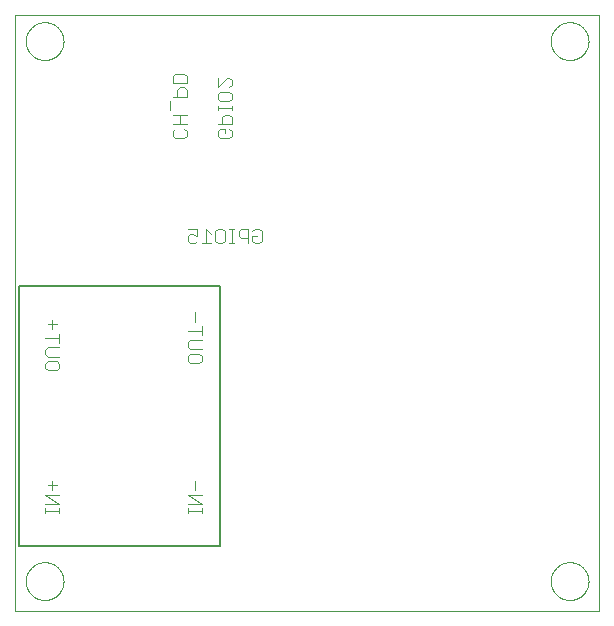
<source format=gbo>
G75*
%MOIN*%
%OFA0B0*%
%FSLAX25Y25*%
%IPPOS*%
%LPD*%
%AMOC8*
5,1,8,0,0,1.08239X$1,22.5*
%
%ADD10C,0.00000*%
%ADD11C,0.00400*%
%ADD12C,0.00500*%
D10*
X0001000Y0001000D02*
X0001000Y0199701D01*
X0195921Y0199701D01*
X0195921Y0001000D01*
X0001000Y0001000D01*
X0004701Y0011000D02*
X0004703Y0011158D01*
X0004709Y0011316D01*
X0004719Y0011474D01*
X0004733Y0011632D01*
X0004751Y0011789D01*
X0004772Y0011946D01*
X0004798Y0012102D01*
X0004828Y0012258D01*
X0004861Y0012413D01*
X0004899Y0012566D01*
X0004940Y0012719D01*
X0004985Y0012871D01*
X0005034Y0013022D01*
X0005087Y0013171D01*
X0005143Y0013319D01*
X0005203Y0013465D01*
X0005267Y0013610D01*
X0005335Y0013753D01*
X0005406Y0013895D01*
X0005480Y0014035D01*
X0005558Y0014172D01*
X0005640Y0014308D01*
X0005724Y0014442D01*
X0005813Y0014573D01*
X0005904Y0014702D01*
X0005999Y0014829D01*
X0006096Y0014954D01*
X0006197Y0015076D01*
X0006301Y0015195D01*
X0006408Y0015312D01*
X0006518Y0015426D01*
X0006631Y0015537D01*
X0006746Y0015646D01*
X0006864Y0015751D01*
X0006985Y0015853D01*
X0007108Y0015953D01*
X0007234Y0016049D01*
X0007362Y0016142D01*
X0007492Y0016232D01*
X0007625Y0016318D01*
X0007760Y0016402D01*
X0007896Y0016481D01*
X0008035Y0016558D01*
X0008176Y0016630D01*
X0008318Y0016700D01*
X0008462Y0016765D01*
X0008608Y0016827D01*
X0008755Y0016885D01*
X0008904Y0016940D01*
X0009054Y0016991D01*
X0009205Y0017038D01*
X0009357Y0017081D01*
X0009510Y0017120D01*
X0009665Y0017156D01*
X0009820Y0017187D01*
X0009976Y0017215D01*
X0010132Y0017239D01*
X0010289Y0017259D01*
X0010447Y0017275D01*
X0010604Y0017287D01*
X0010763Y0017295D01*
X0010921Y0017299D01*
X0011079Y0017299D01*
X0011237Y0017295D01*
X0011396Y0017287D01*
X0011553Y0017275D01*
X0011711Y0017259D01*
X0011868Y0017239D01*
X0012024Y0017215D01*
X0012180Y0017187D01*
X0012335Y0017156D01*
X0012490Y0017120D01*
X0012643Y0017081D01*
X0012795Y0017038D01*
X0012946Y0016991D01*
X0013096Y0016940D01*
X0013245Y0016885D01*
X0013392Y0016827D01*
X0013538Y0016765D01*
X0013682Y0016700D01*
X0013824Y0016630D01*
X0013965Y0016558D01*
X0014104Y0016481D01*
X0014240Y0016402D01*
X0014375Y0016318D01*
X0014508Y0016232D01*
X0014638Y0016142D01*
X0014766Y0016049D01*
X0014892Y0015953D01*
X0015015Y0015853D01*
X0015136Y0015751D01*
X0015254Y0015646D01*
X0015369Y0015537D01*
X0015482Y0015426D01*
X0015592Y0015312D01*
X0015699Y0015195D01*
X0015803Y0015076D01*
X0015904Y0014954D01*
X0016001Y0014829D01*
X0016096Y0014702D01*
X0016187Y0014573D01*
X0016276Y0014442D01*
X0016360Y0014308D01*
X0016442Y0014172D01*
X0016520Y0014035D01*
X0016594Y0013895D01*
X0016665Y0013753D01*
X0016733Y0013610D01*
X0016797Y0013465D01*
X0016857Y0013319D01*
X0016913Y0013171D01*
X0016966Y0013022D01*
X0017015Y0012871D01*
X0017060Y0012719D01*
X0017101Y0012566D01*
X0017139Y0012413D01*
X0017172Y0012258D01*
X0017202Y0012102D01*
X0017228Y0011946D01*
X0017249Y0011789D01*
X0017267Y0011632D01*
X0017281Y0011474D01*
X0017291Y0011316D01*
X0017297Y0011158D01*
X0017299Y0011000D01*
X0017297Y0010842D01*
X0017291Y0010684D01*
X0017281Y0010526D01*
X0017267Y0010368D01*
X0017249Y0010211D01*
X0017228Y0010054D01*
X0017202Y0009898D01*
X0017172Y0009742D01*
X0017139Y0009587D01*
X0017101Y0009434D01*
X0017060Y0009281D01*
X0017015Y0009129D01*
X0016966Y0008978D01*
X0016913Y0008829D01*
X0016857Y0008681D01*
X0016797Y0008535D01*
X0016733Y0008390D01*
X0016665Y0008247D01*
X0016594Y0008105D01*
X0016520Y0007965D01*
X0016442Y0007828D01*
X0016360Y0007692D01*
X0016276Y0007558D01*
X0016187Y0007427D01*
X0016096Y0007298D01*
X0016001Y0007171D01*
X0015904Y0007046D01*
X0015803Y0006924D01*
X0015699Y0006805D01*
X0015592Y0006688D01*
X0015482Y0006574D01*
X0015369Y0006463D01*
X0015254Y0006354D01*
X0015136Y0006249D01*
X0015015Y0006147D01*
X0014892Y0006047D01*
X0014766Y0005951D01*
X0014638Y0005858D01*
X0014508Y0005768D01*
X0014375Y0005682D01*
X0014240Y0005598D01*
X0014104Y0005519D01*
X0013965Y0005442D01*
X0013824Y0005370D01*
X0013682Y0005300D01*
X0013538Y0005235D01*
X0013392Y0005173D01*
X0013245Y0005115D01*
X0013096Y0005060D01*
X0012946Y0005009D01*
X0012795Y0004962D01*
X0012643Y0004919D01*
X0012490Y0004880D01*
X0012335Y0004844D01*
X0012180Y0004813D01*
X0012024Y0004785D01*
X0011868Y0004761D01*
X0011711Y0004741D01*
X0011553Y0004725D01*
X0011396Y0004713D01*
X0011237Y0004705D01*
X0011079Y0004701D01*
X0010921Y0004701D01*
X0010763Y0004705D01*
X0010604Y0004713D01*
X0010447Y0004725D01*
X0010289Y0004741D01*
X0010132Y0004761D01*
X0009976Y0004785D01*
X0009820Y0004813D01*
X0009665Y0004844D01*
X0009510Y0004880D01*
X0009357Y0004919D01*
X0009205Y0004962D01*
X0009054Y0005009D01*
X0008904Y0005060D01*
X0008755Y0005115D01*
X0008608Y0005173D01*
X0008462Y0005235D01*
X0008318Y0005300D01*
X0008176Y0005370D01*
X0008035Y0005442D01*
X0007896Y0005519D01*
X0007760Y0005598D01*
X0007625Y0005682D01*
X0007492Y0005768D01*
X0007362Y0005858D01*
X0007234Y0005951D01*
X0007108Y0006047D01*
X0006985Y0006147D01*
X0006864Y0006249D01*
X0006746Y0006354D01*
X0006631Y0006463D01*
X0006518Y0006574D01*
X0006408Y0006688D01*
X0006301Y0006805D01*
X0006197Y0006924D01*
X0006096Y0007046D01*
X0005999Y0007171D01*
X0005904Y0007298D01*
X0005813Y0007427D01*
X0005724Y0007558D01*
X0005640Y0007692D01*
X0005558Y0007828D01*
X0005480Y0007965D01*
X0005406Y0008105D01*
X0005335Y0008247D01*
X0005267Y0008390D01*
X0005203Y0008535D01*
X0005143Y0008681D01*
X0005087Y0008829D01*
X0005034Y0008978D01*
X0004985Y0009129D01*
X0004940Y0009281D01*
X0004899Y0009434D01*
X0004861Y0009587D01*
X0004828Y0009742D01*
X0004798Y0009898D01*
X0004772Y0010054D01*
X0004751Y0010211D01*
X0004733Y0010368D01*
X0004719Y0010526D01*
X0004709Y0010684D01*
X0004703Y0010842D01*
X0004701Y0011000D01*
X0004701Y0191000D02*
X0004703Y0191158D01*
X0004709Y0191316D01*
X0004719Y0191474D01*
X0004733Y0191632D01*
X0004751Y0191789D01*
X0004772Y0191946D01*
X0004798Y0192102D01*
X0004828Y0192258D01*
X0004861Y0192413D01*
X0004899Y0192566D01*
X0004940Y0192719D01*
X0004985Y0192871D01*
X0005034Y0193022D01*
X0005087Y0193171D01*
X0005143Y0193319D01*
X0005203Y0193465D01*
X0005267Y0193610D01*
X0005335Y0193753D01*
X0005406Y0193895D01*
X0005480Y0194035D01*
X0005558Y0194172D01*
X0005640Y0194308D01*
X0005724Y0194442D01*
X0005813Y0194573D01*
X0005904Y0194702D01*
X0005999Y0194829D01*
X0006096Y0194954D01*
X0006197Y0195076D01*
X0006301Y0195195D01*
X0006408Y0195312D01*
X0006518Y0195426D01*
X0006631Y0195537D01*
X0006746Y0195646D01*
X0006864Y0195751D01*
X0006985Y0195853D01*
X0007108Y0195953D01*
X0007234Y0196049D01*
X0007362Y0196142D01*
X0007492Y0196232D01*
X0007625Y0196318D01*
X0007760Y0196402D01*
X0007896Y0196481D01*
X0008035Y0196558D01*
X0008176Y0196630D01*
X0008318Y0196700D01*
X0008462Y0196765D01*
X0008608Y0196827D01*
X0008755Y0196885D01*
X0008904Y0196940D01*
X0009054Y0196991D01*
X0009205Y0197038D01*
X0009357Y0197081D01*
X0009510Y0197120D01*
X0009665Y0197156D01*
X0009820Y0197187D01*
X0009976Y0197215D01*
X0010132Y0197239D01*
X0010289Y0197259D01*
X0010447Y0197275D01*
X0010604Y0197287D01*
X0010763Y0197295D01*
X0010921Y0197299D01*
X0011079Y0197299D01*
X0011237Y0197295D01*
X0011396Y0197287D01*
X0011553Y0197275D01*
X0011711Y0197259D01*
X0011868Y0197239D01*
X0012024Y0197215D01*
X0012180Y0197187D01*
X0012335Y0197156D01*
X0012490Y0197120D01*
X0012643Y0197081D01*
X0012795Y0197038D01*
X0012946Y0196991D01*
X0013096Y0196940D01*
X0013245Y0196885D01*
X0013392Y0196827D01*
X0013538Y0196765D01*
X0013682Y0196700D01*
X0013824Y0196630D01*
X0013965Y0196558D01*
X0014104Y0196481D01*
X0014240Y0196402D01*
X0014375Y0196318D01*
X0014508Y0196232D01*
X0014638Y0196142D01*
X0014766Y0196049D01*
X0014892Y0195953D01*
X0015015Y0195853D01*
X0015136Y0195751D01*
X0015254Y0195646D01*
X0015369Y0195537D01*
X0015482Y0195426D01*
X0015592Y0195312D01*
X0015699Y0195195D01*
X0015803Y0195076D01*
X0015904Y0194954D01*
X0016001Y0194829D01*
X0016096Y0194702D01*
X0016187Y0194573D01*
X0016276Y0194442D01*
X0016360Y0194308D01*
X0016442Y0194172D01*
X0016520Y0194035D01*
X0016594Y0193895D01*
X0016665Y0193753D01*
X0016733Y0193610D01*
X0016797Y0193465D01*
X0016857Y0193319D01*
X0016913Y0193171D01*
X0016966Y0193022D01*
X0017015Y0192871D01*
X0017060Y0192719D01*
X0017101Y0192566D01*
X0017139Y0192413D01*
X0017172Y0192258D01*
X0017202Y0192102D01*
X0017228Y0191946D01*
X0017249Y0191789D01*
X0017267Y0191632D01*
X0017281Y0191474D01*
X0017291Y0191316D01*
X0017297Y0191158D01*
X0017299Y0191000D01*
X0017297Y0190842D01*
X0017291Y0190684D01*
X0017281Y0190526D01*
X0017267Y0190368D01*
X0017249Y0190211D01*
X0017228Y0190054D01*
X0017202Y0189898D01*
X0017172Y0189742D01*
X0017139Y0189587D01*
X0017101Y0189434D01*
X0017060Y0189281D01*
X0017015Y0189129D01*
X0016966Y0188978D01*
X0016913Y0188829D01*
X0016857Y0188681D01*
X0016797Y0188535D01*
X0016733Y0188390D01*
X0016665Y0188247D01*
X0016594Y0188105D01*
X0016520Y0187965D01*
X0016442Y0187828D01*
X0016360Y0187692D01*
X0016276Y0187558D01*
X0016187Y0187427D01*
X0016096Y0187298D01*
X0016001Y0187171D01*
X0015904Y0187046D01*
X0015803Y0186924D01*
X0015699Y0186805D01*
X0015592Y0186688D01*
X0015482Y0186574D01*
X0015369Y0186463D01*
X0015254Y0186354D01*
X0015136Y0186249D01*
X0015015Y0186147D01*
X0014892Y0186047D01*
X0014766Y0185951D01*
X0014638Y0185858D01*
X0014508Y0185768D01*
X0014375Y0185682D01*
X0014240Y0185598D01*
X0014104Y0185519D01*
X0013965Y0185442D01*
X0013824Y0185370D01*
X0013682Y0185300D01*
X0013538Y0185235D01*
X0013392Y0185173D01*
X0013245Y0185115D01*
X0013096Y0185060D01*
X0012946Y0185009D01*
X0012795Y0184962D01*
X0012643Y0184919D01*
X0012490Y0184880D01*
X0012335Y0184844D01*
X0012180Y0184813D01*
X0012024Y0184785D01*
X0011868Y0184761D01*
X0011711Y0184741D01*
X0011553Y0184725D01*
X0011396Y0184713D01*
X0011237Y0184705D01*
X0011079Y0184701D01*
X0010921Y0184701D01*
X0010763Y0184705D01*
X0010604Y0184713D01*
X0010447Y0184725D01*
X0010289Y0184741D01*
X0010132Y0184761D01*
X0009976Y0184785D01*
X0009820Y0184813D01*
X0009665Y0184844D01*
X0009510Y0184880D01*
X0009357Y0184919D01*
X0009205Y0184962D01*
X0009054Y0185009D01*
X0008904Y0185060D01*
X0008755Y0185115D01*
X0008608Y0185173D01*
X0008462Y0185235D01*
X0008318Y0185300D01*
X0008176Y0185370D01*
X0008035Y0185442D01*
X0007896Y0185519D01*
X0007760Y0185598D01*
X0007625Y0185682D01*
X0007492Y0185768D01*
X0007362Y0185858D01*
X0007234Y0185951D01*
X0007108Y0186047D01*
X0006985Y0186147D01*
X0006864Y0186249D01*
X0006746Y0186354D01*
X0006631Y0186463D01*
X0006518Y0186574D01*
X0006408Y0186688D01*
X0006301Y0186805D01*
X0006197Y0186924D01*
X0006096Y0187046D01*
X0005999Y0187171D01*
X0005904Y0187298D01*
X0005813Y0187427D01*
X0005724Y0187558D01*
X0005640Y0187692D01*
X0005558Y0187828D01*
X0005480Y0187965D01*
X0005406Y0188105D01*
X0005335Y0188247D01*
X0005267Y0188390D01*
X0005203Y0188535D01*
X0005143Y0188681D01*
X0005087Y0188829D01*
X0005034Y0188978D01*
X0004985Y0189129D01*
X0004940Y0189281D01*
X0004899Y0189434D01*
X0004861Y0189587D01*
X0004828Y0189742D01*
X0004798Y0189898D01*
X0004772Y0190054D01*
X0004751Y0190211D01*
X0004733Y0190368D01*
X0004719Y0190526D01*
X0004709Y0190684D01*
X0004703Y0190842D01*
X0004701Y0191000D01*
X0179701Y0191000D02*
X0179703Y0191158D01*
X0179709Y0191316D01*
X0179719Y0191474D01*
X0179733Y0191632D01*
X0179751Y0191789D01*
X0179772Y0191946D01*
X0179798Y0192102D01*
X0179828Y0192258D01*
X0179861Y0192413D01*
X0179899Y0192566D01*
X0179940Y0192719D01*
X0179985Y0192871D01*
X0180034Y0193022D01*
X0180087Y0193171D01*
X0180143Y0193319D01*
X0180203Y0193465D01*
X0180267Y0193610D01*
X0180335Y0193753D01*
X0180406Y0193895D01*
X0180480Y0194035D01*
X0180558Y0194172D01*
X0180640Y0194308D01*
X0180724Y0194442D01*
X0180813Y0194573D01*
X0180904Y0194702D01*
X0180999Y0194829D01*
X0181096Y0194954D01*
X0181197Y0195076D01*
X0181301Y0195195D01*
X0181408Y0195312D01*
X0181518Y0195426D01*
X0181631Y0195537D01*
X0181746Y0195646D01*
X0181864Y0195751D01*
X0181985Y0195853D01*
X0182108Y0195953D01*
X0182234Y0196049D01*
X0182362Y0196142D01*
X0182492Y0196232D01*
X0182625Y0196318D01*
X0182760Y0196402D01*
X0182896Y0196481D01*
X0183035Y0196558D01*
X0183176Y0196630D01*
X0183318Y0196700D01*
X0183462Y0196765D01*
X0183608Y0196827D01*
X0183755Y0196885D01*
X0183904Y0196940D01*
X0184054Y0196991D01*
X0184205Y0197038D01*
X0184357Y0197081D01*
X0184510Y0197120D01*
X0184665Y0197156D01*
X0184820Y0197187D01*
X0184976Y0197215D01*
X0185132Y0197239D01*
X0185289Y0197259D01*
X0185447Y0197275D01*
X0185604Y0197287D01*
X0185763Y0197295D01*
X0185921Y0197299D01*
X0186079Y0197299D01*
X0186237Y0197295D01*
X0186396Y0197287D01*
X0186553Y0197275D01*
X0186711Y0197259D01*
X0186868Y0197239D01*
X0187024Y0197215D01*
X0187180Y0197187D01*
X0187335Y0197156D01*
X0187490Y0197120D01*
X0187643Y0197081D01*
X0187795Y0197038D01*
X0187946Y0196991D01*
X0188096Y0196940D01*
X0188245Y0196885D01*
X0188392Y0196827D01*
X0188538Y0196765D01*
X0188682Y0196700D01*
X0188824Y0196630D01*
X0188965Y0196558D01*
X0189104Y0196481D01*
X0189240Y0196402D01*
X0189375Y0196318D01*
X0189508Y0196232D01*
X0189638Y0196142D01*
X0189766Y0196049D01*
X0189892Y0195953D01*
X0190015Y0195853D01*
X0190136Y0195751D01*
X0190254Y0195646D01*
X0190369Y0195537D01*
X0190482Y0195426D01*
X0190592Y0195312D01*
X0190699Y0195195D01*
X0190803Y0195076D01*
X0190904Y0194954D01*
X0191001Y0194829D01*
X0191096Y0194702D01*
X0191187Y0194573D01*
X0191276Y0194442D01*
X0191360Y0194308D01*
X0191442Y0194172D01*
X0191520Y0194035D01*
X0191594Y0193895D01*
X0191665Y0193753D01*
X0191733Y0193610D01*
X0191797Y0193465D01*
X0191857Y0193319D01*
X0191913Y0193171D01*
X0191966Y0193022D01*
X0192015Y0192871D01*
X0192060Y0192719D01*
X0192101Y0192566D01*
X0192139Y0192413D01*
X0192172Y0192258D01*
X0192202Y0192102D01*
X0192228Y0191946D01*
X0192249Y0191789D01*
X0192267Y0191632D01*
X0192281Y0191474D01*
X0192291Y0191316D01*
X0192297Y0191158D01*
X0192299Y0191000D01*
X0192297Y0190842D01*
X0192291Y0190684D01*
X0192281Y0190526D01*
X0192267Y0190368D01*
X0192249Y0190211D01*
X0192228Y0190054D01*
X0192202Y0189898D01*
X0192172Y0189742D01*
X0192139Y0189587D01*
X0192101Y0189434D01*
X0192060Y0189281D01*
X0192015Y0189129D01*
X0191966Y0188978D01*
X0191913Y0188829D01*
X0191857Y0188681D01*
X0191797Y0188535D01*
X0191733Y0188390D01*
X0191665Y0188247D01*
X0191594Y0188105D01*
X0191520Y0187965D01*
X0191442Y0187828D01*
X0191360Y0187692D01*
X0191276Y0187558D01*
X0191187Y0187427D01*
X0191096Y0187298D01*
X0191001Y0187171D01*
X0190904Y0187046D01*
X0190803Y0186924D01*
X0190699Y0186805D01*
X0190592Y0186688D01*
X0190482Y0186574D01*
X0190369Y0186463D01*
X0190254Y0186354D01*
X0190136Y0186249D01*
X0190015Y0186147D01*
X0189892Y0186047D01*
X0189766Y0185951D01*
X0189638Y0185858D01*
X0189508Y0185768D01*
X0189375Y0185682D01*
X0189240Y0185598D01*
X0189104Y0185519D01*
X0188965Y0185442D01*
X0188824Y0185370D01*
X0188682Y0185300D01*
X0188538Y0185235D01*
X0188392Y0185173D01*
X0188245Y0185115D01*
X0188096Y0185060D01*
X0187946Y0185009D01*
X0187795Y0184962D01*
X0187643Y0184919D01*
X0187490Y0184880D01*
X0187335Y0184844D01*
X0187180Y0184813D01*
X0187024Y0184785D01*
X0186868Y0184761D01*
X0186711Y0184741D01*
X0186553Y0184725D01*
X0186396Y0184713D01*
X0186237Y0184705D01*
X0186079Y0184701D01*
X0185921Y0184701D01*
X0185763Y0184705D01*
X0185604Y0184713D01*
X0185447Y0184725D01*
X0185289Y0184741D01*
X0185132Y0184761D01*
X0184976Y0184785D01*
X0184820Y0184813D01*
X0184665Y0184844D01*
X0184510Y0184880D01*
X0184357Y0184919D01*
X0184205Y0184962D01*
X0184054Y0185009D01*
X0183904Y0185060D01*
X0183755Y0185115D01*
X0183608Y0185173D01*
X0183462Y0185235D01*
X0183318Y0185300D01*
X0183176Y0185370D01*
X0183035Y0185442D01*
X0182896Y0185519D01*
X0182760Y0185598D01*
X0182625Y0185682D01*
X0182492Y0185768D01*
X0182362Y0185858D01*
X0182234Y0185951D01*
X0182108Y0186047D01*
X0181985Y0186147D01*
X0181864Y0186249D01*
X0181746Y0186354D01*
X0181631Y0186463D01*
X0181518Y0186574D01*
X0181408Y0186688D01*
X0181301Y0186805D01*
X0181197Y0186924D01*
X0181096Y0187046D01*
X0180999Y0187171D01*
X0180904Y0187298D01*
X0180813Y0187427D01*
X0180724Y0187558D01*
X0180640Y0187692D01*
X0180558Y0187828D01*
X0180480Y0187965D01*
X0180406Y0188105D01*
X0180335Y0188247D01*
X0180267Y0188390D01*
X0180203Y0188535D01*
X0180143Y0188681D01*
X0180087Y0188829D01*
X0180034Y0188978D01*
X0179985Y0189129D01*
X0179940Y0189281D01*
X0179899Y0189434D01*
X0179861Y0189587D01*
X0179828Y0189742D01*
X0179798Y0189898D01*
X0179772Y0190054D01*
X0179751Y0190211D01*
X0179733Y0190368D01*
X0179719Y0190526D01*
X0179709Y0190684D01*
X0179703Y0190842D01*
X0179701Y0191000D01*
X0179701Y0011000D02*
X0179703Y0011158D01*
X0179709Y0011316D01*
X0179719Y0011474D01*
X0179733Y0011632D01*
X0179751Y0011789D01*
X0179772Y0011946D01*
X0179798Y0012102D01*
X0179828Y0012258D01*
X0179861Y0012413D01*
X0179899Y0012566D01*
X0179940Y0012719D01*
X0179985Y0012871D01*
X0180034Y0013022D01*
X0180087Y0013171D01*
X0180143Y0013319D01*
X0180203Y0013465D01*
X0180267Y0013610D01*
X0180335Y0013753D01*
X0180406Y0013895D01*
X0180480Y0014035D01*
X0180558Y0014172D01*
X0180640Y0014308D01*
X0180724Y0014442D01*
X0180813Y0014573D01*
X0180904Y0014702D01*
X0180999Y0014829D01*
X0181096Y0014954D01*
X0181197Y0015076D01*
X0181301Y0015195D01*
X0181408Y0015312D01*
X0181518Y0015426D01*
X0181631Y0015537D01*
X0181746Y0015646D01*
X0181864Y0015751D01*
X0181985Y0015853D01*
X0182108Y0015953D01*
X0182234Y0016049D01*
X0182362Y0016142D01*
X0182492Y0016232D01*
X0182625Y0016318D01*
X0182760Y0016402D01*
X0182896Y0016481D01*
X0183035Y0016558D01*
X0183176Y0016630D01*
X0183318Y0016700D01*
X0183462Y0016765D01*
X0183608Y0016827D01*
X0183755Y0016885D01*
X0183904Y0016940D01*
X0184054Y0016991D01*
X0184205Y0017038D01*
X0184357Y0017081D01*
X0184510Y0017120D01*
X0184665Y0017156D01*
X0184820Y0017187D01*
X0184976Y0017215D01*
X0185132Y0017239D01*
X0185289Y0017259D01*
X0185447Y0017275D01*
X0185604Y0017287D01*
X0185763Y0017295D01*
X0185921Y0017299D01*
X0186079Y0017299D01*
X0186237Y0017295D01*
X0186396Y0017287D01*
X0186553Y0017275D01*
X0186711Y0017259D01*
X0186868Y0017239D01*
X0187024Y0017215D01*
X0187180Y0017187D01*
X0187335Y0017156D01*
X0187490Y0017120D01*
X0187643Y0017081D01*
X0187795Y0017038D01*
X0187946Y0016991D01*
X0188096Y0016940D01*
X0188245Y0016885D01*
X0188392Y0016827D01*
X0188538Y0016765D01*
X0188682Y0016700D01*
X0188824Y0016630D01*
X0188965Y0016558D01*
X0189104Y0016481D01*
X0189240Y0016402D01*
X0189375Y0016318D01*
X0189508Y0016232D01*
X0189638Y0016142D01*
X0189766Y0016049D01*
X0189892Y0015953D01*
X0190015Y0015853D01*
X0190136Y0015751D01*
X0190254Y0015646D01*
X0190369Y0015537D01*
X0190482Y0015426D01*
X0190592Y0015312D01*
X0190699Y0015195D01*
X0190803Y0015076D01*
X0190904Y0014954D01*
X0191001Y0014829D01*
X0191096Y0014702D01*
X0191187Y0014573D01*
X0191276Y0014442D01*
X0191360Y0014308D01*
X0191442Y0014172D01*
X0191520Y0014035D01*
X0191594Y0013895D01*
X0191665Y0013753D01*
X0191733Y0013610D01*
X0191797Y0013465D01*
X0191857Y0013319D01*
X0191913Y0013171D01*
X0191966Y0013022D01*
X0192015Y0012871D01*
X0192060Y0012719D01*
X0192101Y0012566D01*
X0192139Y0012413D01*
X0192172Y0012258D01*
X0192202Y0012102D01*
X0192228Y0011946D01*
X0192249Y0011789D01*
X0192267Y0011632D01*
X0192281Y0011474D01*
X0192291Y0011316D01*
X0192297Y0011158D01*
X0192299Y0011000D01*
X0192297Y0010842D01*
X0192291Y0010684D01*
X0192281Y0010526D01*
X0192267Y0010368D01*
X0192249Y0010211D01*
X0192228Y0010054D01*
X0192202Y0009898D01*
X0192172Y0009742D01*
X0192139Y0009587D01*
X0192101Y0009434D01*
X0192060Y0009281D01*
X0192015Y0009129D01*
X0191966Y0008978D01*
X0191913Y0008829D01*
X0191857Y0008681D01*
X0191797Y0008535D01*
X0191733Y0008390D01*
X0191665Y0008247D01*
X0191594Y0008105D01*
X0191520Y0007965D01*
X0191442Y0007828D01*
X0191360Y0007692D01*
X0191276Y0007558D01*
X0191187Y0007427D01*
X0191096Y0007298D01*
X0191001Y0007171D01*
X0190904Y0007046D01*
X0190803Y0006924D01*
X0190699Y0006805D01*
X0190592Y0006688D01*
X0190482Y0006574D01*
X0190369Y0006463D01*
X0190254Y0006354D01*
X0190136Y0006249D01*
X0190015Y0006147D01*
X0189892Y0006047D01*
X0189766Y0005951D01*
X0189638Y0005858D01*
X0189508Y0005768D01*
X0189375Y0005682D01*
X0189240Y0005598D01*
X0189104Y0005519D01*
X0188965Y0005442D01*
X0188824Y0005370D01*
X0188682Y0005300D01*
X0188538Y0005235D01*
X0188392Y0005173D01*
X0188245Y0005115D01*
X0188096Y0005060D01*
X0187946Y0005009D01*
X0187795Y0004962D01*
X0187643Y0004919D01*
X0187490Y0004880D01*
X0187335Y0004844D01*
X0187180Y0004813D01*
X0187024Y0004785D01*
X0186868Y0004761D01*
X0186711Y0004741D01*
X0186553Y0004725D01*
X0186396Y0004713D01*
X0186237Y0004705D01*
X0186079Y0004701D01*
X0185921Y0004701D01*
X0185763Y0004705D01*
X0185604Y0004713D01*
X0185447Y0004725D01*
X0185289Y0004741D01*
X0185132Y0004761D01*
X0184976Y0004785D01*
X0184820Y0004813D01*
X0184665Y0004844D01*
X0184510Y0004880D01*
X0184357Y0004919D01*
X0184205Y0004962D01*
X0184054Y0005009D01*
X0183904Y0005060D01*
X0183755Y0005115D01*
X0183608Y0005173D01*
X0183462Y0005235D01*
X0183318Y0005300D01*
X0183176Y0005370D01*
X0183035Y0005442D01*
X0182896Y0005519D01*
X0182760Y0005598D01*
X0182625Y0005682D01*
X0182492Y0005768D01*
X0182362Y0005858D01*
X0182234Y0005951D01*
X0182108Y0006047D01*
X0181985Y0006147D01*
X0181864Y0006249D01*
X0181746Y0006354D01*
X0181631Y0006463D01*
X0181518Y0006574D01*
X0181408Y0006688D01*
X0181301Y0006805D01*
X0181197Y0006924D01*
X0181096Y0007046D01*
X0180999Y0007171D01*
X0180904Y0007298D01*
X0180813Y0007427D01*
X0180724Y0007558D01*
X0180640Y0007692D01*
X0180558Y0007828D01*
X0180480Y0007965D01*
X0180406Y0008105D01*
X0180335Y0008247D01*
X0180267Y0008390D01*
X0180203Y0008535D01*
X0180143Y0008681D01*
X0180087Y0008829D01*
X0180034Y0008978D01*
X0179985Y0009129D01*
X0179940Y0009281D01*
X0179899Y0009434D01*
X0179861Y0009587D01*
X0179828Y0009742D01*
X0179798Y0009898D01*
X0179772Y0010054D01*
X0179751Y0010211D01*
X0179733Y0010368D01*
X0179719Y0010526D01*
X0179709Y0010684D01*
X0179703Y0010842D01*
X0179701Y0011000D01*
D11*
X0082533Y0123700D02*
X0080998Y0123700D01*
X0080231Y0124467D01*
X0080231Y0126002D01*
X0081765Y0126002D01*
X0080231Y0127537D02*
X0080998Y0128304D01*
X0082533Y0128304D01*
X0083300Y0127537D01*
X0083300Y0124467D01*
X0082533Y0123700D01*
X0078696Y0123700D02*
X0078696Y0128304D01*
X0076394Y0128304D01*
X0075627Y0127537D01*
X0075627Y0126002D01*
X0076394Y0125235D01*
X0078696Y0125235D01*
X0074092Y0123700D02*
X0072558Y0123700D01*
X0073325Y0123700D02*
X0073325Y0128304D01*
X0074092Y0128304D02*
X0072558Y0128304D01*
X0071023Y0127537D02*
X0071023Y0124467D01*
X0070256Y0123700D01*
X0068721Y0123700D01*
X0067954Y0124467D01*
X0067954Y0127537D01*
X0068721Y0128304D01*
X0070256Y0128304D01*
X0071023Y0127537D01*
X0066419Y0126769D02*
X0064884Y0128304D01*
X0064884Y0123700D01*
X0063350Y0123700D02*
X0066419Y0123700D01*
X0061815Y0124467D02*
X0061048Y0123700D01*
X0059513Y0123700D01*
X0058746Y0124467D01*
X0058746Y0126002D01*
X0059513Y0126769D01*
X0060280Y0126769D01*
X0061815Y0126002D01*
X0061815Y0128304D01*
X0058746Y0128304D01*
X0061002Y0100581D02*
X0061002Y0097512D01*
X0063304Y0095977D02*
X0063304Y0092908D01*
X0063304Y0094442D02*
X0058700Y0094442D01*
X0059467Y0091373D02*
X0063304Y0091373D01*
X0063304Y0088304D02*
X0059467Y0088304D01*
X0058700Y0089071D01*
X0058700Y0090606D01*
X0059467Y0091373D01*
X0059467Y0086769D02*
X0058700Y0086002D01*
X0058700Y0084467D01*
X0059467Y0083700D01*
X0062537Y0083700D01*
X0063304Y0084467D01*
X0063304Y0086002D01*
X0062537Y0086769D01*
X0059467Y0086769D01*
X0061002Y0044442D02*
X0061002Y0041373D01*
X0058700Y0039839D02*
X0063304Y0039839D01*
X0063304Y0036769D02*
X0058700Y0039839D01*
X0058700Y0036769D02*
X0063304Y0036769D01*
X0063304Y0035235D02*
X0063304Y0033700D01*
X0063304Y0034467D02*
X0058700Y0034467D01*
X0058700Y0033700D02*
X0058700Y0035235D01*
X0015804Y0035235D02*
X0015804Y0033700D01*
X0015804Y0034467D02*
X0011200Y0034467D01*
X0011200Y0033700D02*
X0011200Y0035235D01*
X0011200Y0036769D02*
X0015804Y0036769D01*
X0011200Y0039839D01*
X0015804Y0039839D01*
X0013502Y0041373D02*
X0013502Y0044442D01*
X0015037Y0042908D02*
X0011967Y0042908D01*
X0011967Y0081200D02*
X0011200Y0081967D01*
X0011200Y0083502D01*
X0011967Y0084269D01*
X0015037Y0084269D01*
X0015804Y0083502D01*
X0015804Y0081967D01*
X0015037Y0081200D01*
X0011967Y0081200D01*
X0011967Y0085804D02*
X0011200Y0086571D01*
X0011200Y0088106D01*
X0011967Y0088873D01*
X0015804Y0088873D01*
X0015804Y0090408D02*
X0015804Y0093477D01*
X0015804Y0091942D02*
X0011200Y0091942D01*
X0013502Y0095012D02*
X0013502Y0098081D01*
X0015037Y0096546D02*
X0011967Y0096546D01*
X0011967Y0085804D02*
X0015804Y0085804D01*
X0054467Y0158700D02*
X0053700Y0159467D01*
X0053700Y0161002D01*
X0054467Y0161769D01*
X0053700Y0163304D02*
X0058304Y0163304D01*
X0057537Y0161769D02*
X0058304Y0161002D01*
X0058304Y0159467D01*
X0057537Y0158700D01*
X0054467Y0158700D01*
X0056002Y0163304D02*
X0056002Y0166373D01*
X0058304Y0166373D02*
X0053700Y0166373D01*
X0052933Y0167908D02*
X0052933Y0170977D01*
X0053700Y0172512D02*
X0058304Y0172512D01*
X0058304Y0174814D01*
X0057537Y0175581D01*
X0056002Y0175581D01*
X0055235Y0174814D01*
X0055235Y0172512D01*
X0053700Y0177116D02*
X0053700Y0179418D01*
X0054467Y0180185D01*
X0057537Y0180185D01*
X0058304Y0179418D01*
X0058304Y0177116D01*
X0053700Y0177116D01*
X0068700Y0178650D02*
X0068700Y0175581D01*
X0071769Y0178650D01*
X0072537Y0178650D01*
X0073304Y0177883D01*
X0073304Y0176348D01*
X0072537Y0175581D01*
X0072537Y0174046D02*
X0073304Y0173279D01*
X0073304Y0171744D01*
X0072537Y0170977D01*
X0069467Y0170977D01*
X0068700Y0171744D01*
X0068700Y0173279D01*
X0069467Y0174046D01*
X0072537Y0174046D01*
X0073304Y0169442D02*
X0073304Y0167908D01*
X0073304Y0168675D02*
X0068700Y0168675D01*
X0068700Y0167908D02*
X0068700Y0169442D01*
X0071002Y0166373D02*
X0070235Y0165606D01*
X0070235Y0163304D01*
X0068700Y0163304D02*
X0073304Y0163304D01*
X0073304Y0165606D01*
X0072537Y0166373D01*
X0071002Y0166373D01*
X0071002Y0161769D02*
X0069467Y0161769D01*
X0068700Y0161002D01*
X0068700Y0159467D01*
X0069467Y0158700D01*
X0072537Y0158700D01*
X0073304Y0159467D01*
X0073304Y0161002D01*
X0072537Y0161769D01*
X0071002Y0161769D02*
X0071002Y0160235D01*
D12*
X0069465Y0109307D02*
X0002535Y0109307D01*
X0002535Y0022693D01*
X0069465Y0022693D01*
X0069465Y0109307D01*
M02*

</source>
